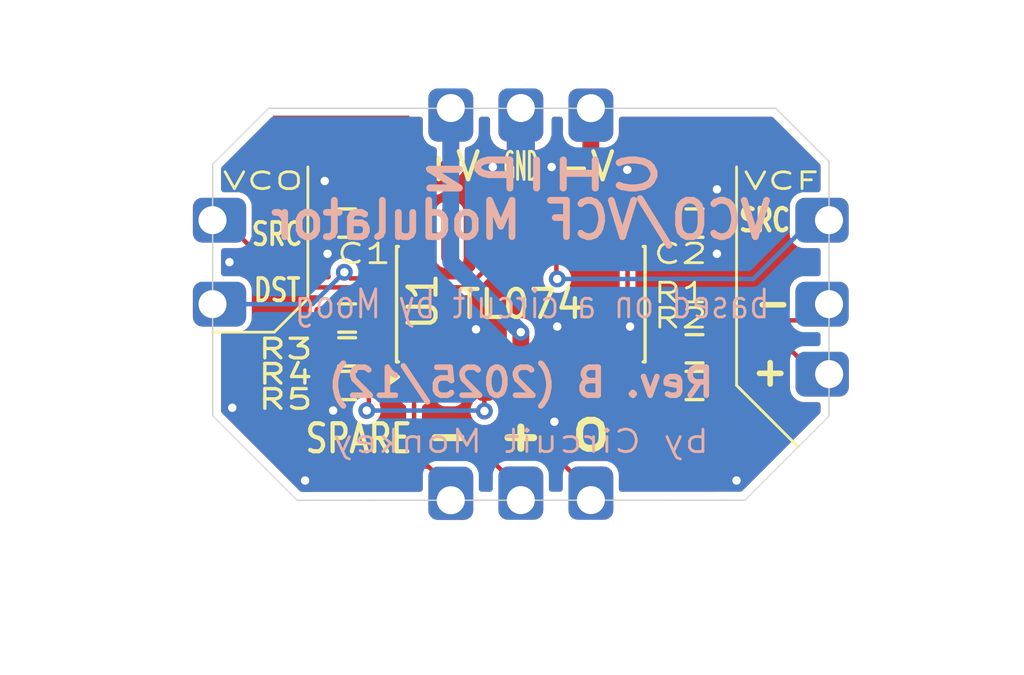
<source format=kicad_pcb>
(kicad_pcb (version 20241229) (generator "pcbnew") (generator_version "9.0")
  (title_block (title "CHIPz - VCO/VCF Modulator") (date "2025-12-01") (rev "B") (company "Circuit Monkey") (comment 1 "based on a Moog design"))
  (layers (0 "F.Cu" signal) (2 "B.Cu" signal) (13 "F.Paste" user) (15 "B.Paste" user) (5 "F.SilkS" user "F.Silkscreen") (7 "B.SilkS" user "B.Silkscreen") (1 "F.Mask" user) (3 "B.Mask" user) (25 "Edge.Cuts" user))
  (net 0 "")
  (net 1 "GND")
  (net 2 "Net-(U1A--)")
  (net 3 "+15V")
  (net 4 "-15V")
  (net 5 "Net-(U1A-+)")
  (net 6 "Net-(CST5-Pad1)")
  (net 7 "Net-(CST6-Pad1)")
  (net 8 "Net-(CST7-Pad1)")
  (net 9 "Net-(CST8-Pad1)")
  (net 10 "Net-(U1B--)")
  (net 11 "Net-(U1C--)")
  (net 12 "Net-(U1D--)")
  (net 13 "Net-(U1D-+)")
  (net 14 "Net-(U1C-+)")
  (footprint "CM_Resistor_Capacitor:C_0603_1608Metric" (layer "F.Cu") (at 156.2 97.1 180)
    (property "Reference" "C2" (at 0.5 -1.1 0) (layer "F.SilkS") (effects (font (size 0.7 1) (thickness 0.1))))
    (property "Value" "0.1uF")
    (fp_line (start -0.3 0.5) (end 0.3 0.5) (stroke (width 0.12)) (layer "F.SilkS"))
    (fp_line (start -0.3 -0.51) (end 0.3 -0.51) (stroke (width 0.12)) (layer "F.SilkS"))
    (pad "1" smd roundrect (at -0.775 0 180) (size 0.8 0.85) (layers "F.Cu" "F.Mask" "F.Paste") (roundrect_rratio 0.2) (net 1 "GND"))
    (pad "2" smd roundrect (at 0.775 0 180) (size 0.8 0.85) (layers "F.Cu" "F.Mask" "F.Paste") (roundrect_rratio 0.2) (net 4 "-15V"))
  )
  (footprint "CM_Resistor_Capacitor:R_0603_1608Metric" (layer "F.Cu") (at 143.8 100.5)
    (property "Reference" "R3" (at -2.2 1.1 0) (layer "F.SilkS") (effects (font (size 0.7 1) (thickness 0.12) (bold yes))))
    (property "Value" "10K")
    (fp_line (start -0.3 -0.51) (end 0.3 -0.51) (stroke (width 0.12)) (layer "F.SilkS"))
    (fp_line (start -0.3 0.5) (end 0.3 0.5) (stroke (width 0.12)) (layer "F.SilkS"))
    (pad "1" smd roundrect (at -0.775 0) (size 0.8 0.85) (layers "F.Cu" "F.Mask" "F.Paste") (roundrect_rratio 0.2) (net 8 "Net-(CST7-Pad1)"))
    (pad "2" smd roundrect (at 0.775 0) (size 0.8 0.85) (layers "F.Cu" "F.Mask" "F.Paste") (roundrect_rratio 0.2) (net 2 "Net-(U1A--)"))
  )
  (footprint "CM_Connector_Castelated:cast-2.0-01P" (layer "F.Cu") (at 152.5 107 -90)
    (property "Reference" "CST7" (hide yes))
    (property "Value" "BUF_OUT_D")
    (pad "1" thru_hole roundrect (at 0 0 270) (size 1.9 1.6) (drill 1 (offset -0.25 0)) (layers "*.Cu" "*.Mask") (roundrect_rratio 0.2083333333) (net 8 "Net-(CST7-Pad1)"))
  )
  (footprint "CM_Resistor_Capacitor:R_0603_1608Metric" (layer "F.Cu") (at 156.2 102.9 180)
    (property "Reference" "R2" (at 0.5 2.4 0) (layer "F.SilkS") (effects (font (size 0.7 1) (thickness 0.1))))
    (property "Value" "10K")
    (fp_line (start -0.3 0.5) (end 0.3 0.5) (stroke (width 0.12)) (layer "F.SilkS"))
    (fp_line (start -0.3 -0.51) (end 0.3 -0.51) (stroke (width 0.12)) (layer "F.SilkS"))
    (pad "1" smd roundrect (at -0.775 0 180) (size 0.8 0.85) (layers "F.Cu" "F.Mask" "F.Paste") (roundrect_rratio 0.2) (net 10 "Net-(U1B--)"))
    (pad "2" smd roundrect (at 0.775 0 180) (size 0.8 0.85) (layers "F.Cu" "F.Mask" "F.Paste") (roundrect_rratio 0.2) (net 11 "Net-(U1C--)"))
  )
  (footprint "CM_Connector_Castelated:cast-2.0-01P" (layer "F.Cu") (at 161 100)
    (property "Reference" "CST5" (hide yes))
    (property "Value" "VCF_N")
    (pad "1" thru_hole roundrect (at 0 0) (size 1.9 1.6) (drill 1 (offset -0.25 0)) (layers "*.Cu" "*.Mask") (roundrect_rratio 0.2083333333) (net 6 "Net-(CST5-Pad1)"))
  )
  (footprint "CM_Connector_Castelated:cast-2.0-01P" (layer "F.Cu") (at 161 97)
    (property "Reference" "CST4" (hide yes))
    (property "Value" "VCF_MOD_SRC")
    (pad "1" thru_hole roundrect (at 0 0) (size 1.9 1.6) (drill 1 (offset -0.25 0)) (layers "*.Cu" "*.Mask") (roundrect_rratio 0.2083333333) (net 14 "Net-(U1C-+)"))
  )
  (footprint "CM_Resistor_Capacitor:R_0603_1608Metric" (layer "F.Cu") (at 143.8 101.7 180)
    (property "Reference" "R4" (at 2.2 -0.8 0) (layer "F.SilkS") (effects (font (size 0.7 1) (thickness 0.12) (bold yes))))
    (property "Value" "10K")
    (fp_line (start -0.3 0.5) (end 0.3 0.5) (stroke (width 0.12)) (layer "F.SilkS"))
    (fp_line (start -0.3 -0.51) (end 0.3 -0.51) (stroke (width 0.12)) (layer "F.SilkS"))
    (pad "1" smd roundrect (at -0.775 0 180) (size 0.8 0.85) (layers "F.Cu" "F.Mask" "F.Paste") (roundrect_rratio 0.2) (net 2 "Net-(U1A--)"))
    (pad "2" smd roundrect (at 0.775 0 180) (size 0.8 0.85) (layers "F.Cu" "F.Mask" "F.Paste") (roundrect_rratio 0.2) (net 7 "Net-(CST6-Pad1)"))
  )
  (footprint "CM_Connector_Castelated:cast-2.0-01P" (layer "F.Cu") (at 152.5 93 90)
    (property "Reference" "CST11" (hide yes))
    (property "Value" "-V" (at -1.5 -0.2 180) (layer "F.SilkS") (effects (justify top)))
    (pad "1" thru_hole roundrect (at 0 0 90) (size 1.9 1.6) (drill 1 (offset -0.25 0)) (layers "*.Cu" "*.Mask") (roundrect_rratio 0.2083333333) (net 4 "-15V"))
  )
  (footprint "CM_Connector_Castelated:cast-2.0-01P" (layer "F.Cu") (at 147.5 107.005 -90)
    (property "Reference" "CST6" (hide yes))
    (property "Value" "BUF_IN_DN")
    (pad "1" thru_hole roundrect (at 0 0 270) (size 1.9 1.6) (drill 1 (offset -0.25 0)) (layers "*.Cu" "*.Mask") (roundrect_rratio 0.2083333333) (net 7 "Net-(CST6-Pad1)"))
  )
  (footprint "Package_SO:SO-14_3.9x8.65mm_P1.27mm" (layer "F.Cu") (at 150 100 90)
    (property "Reference" "U1" (at 0.1 -3.5 90) (layer "F.SilkS"))
    (property "Value" "TL074" (at 0 0 0) (layer "F.SilkS"))
    (fp_line (start 2.06 -4.435) (end 2.06 -4.37) (stroke (width 0.12)) (layer "F.SilkS"))
    (fp_line (start -2.06 -4.435) (end 2.06 -4.435) (stroke (width 0.12)) (layer "F.SilkS"))
    (fp_line (start -2.06 -4.37) (end -2.06 -4.435) (stroke (width 0.12)) (layer "F.SilkS"))
    (fp_line (start 2.06 4.37) (end 2.06 4.435) (stroke (width 0.12)) (layer "F.SilkS"))
    (fp_line (start 2.06 4.435) (end -2.06 4.435) (stroke (width 0.12)) (layer "F.SilkS"))
    (fp_line (start -2.06 4.435) (end -2.06 4.37) (stroke (width 0.12)) (layer "F.SilkS"))
    (fp_poly (pts (xy -2.6 -4.37) (xy -2.84 -4.7) (xy -2.36 -4.7)) (stroke (width 0.12)) (fill yes) (layer "F.SilkS"))
    (pad "1" smd roundrect (at -2.475 -3.81 90) (size 1.95 0.6) (layers "F.Cu" "F.Mask" "F.Paste") (net 8 "Net-(CST7-Pad1)"))
    (pad "2" smd roundrect (at -2.475 -2.54 90) (size 1.95 0.6) (layers "F.Cu" "F.Mask" "F.Paste") (net 2 "Net-(U1A--)"))
    (pad "3" smd roundrect (at -2.475 -1.27 90) (size 1.95 0.6) (layers "F.Cu" "F.Mask" "F.Paste") (net 5 "Net-(U1A-+)"))
    (pad "4" smd roundrect (at -2.475 0 90) (size 1.95 0.6) (layers "F.Cu" "F.Mask" "F.Paste") (net 3 "+15V"))
    (pad "5" smd roundrect (at -2.475 1.27 90) (size 1.95 0.6) (layers "F.Cu" "F.Mask" "F.Paste") (net 1 "GND"))
    (pad "6" smd roundrect (at -2.475 2.54 90) (size 1.95 0.6) (layers "F.Cu" "F.Mask" "F.Paste") (net 10 "Net-(U1B--)"))
    (pad "7" smd roundrect (at -2.475 3.81 90) (size 1.95 0.6) (layers "F.Cu" "F.Mask" "F.Paste") (net 6 "Net-(CST5-Pad1)"))
    (pad "8" smd roundrect (at 2.475 3.81 90) (size 1.95 0.6) (layers "F.Cu" "F.Mask" "F.Paste") (net 11 "Net-(U1C--)"))
    (pad "9" smd roundrect (at 2.475 2.54 90) (size 1.95 0.6) (layers "F.Cu" "F.Mask" "F.Paste") (net 11 "Net-(U1C--)"))
    (pad "10" smd roundrect (at 2.475 1.27 90) (size 1.95 0.6) (layers "F.Cu" "F.Mask" "F.Paste") (net 14 "Net-(U1C-+)"))
    (pad "11" smd roundrect (at 2.475 0 90) (size 1.95 0.6) (layers "F.Cu" "F.Mask" "F.Paste") (net 4 "-15V"))
    (pad "12" smd roundrect (at 2.475 -1.27 90) (size 1.95 0.6) (layers "F.Cu" "F.Mask" "F.Paste") (net 13 "Net-(U1D-+)"))
    (pad "13" smd roundrect (at 2.475 -2.54 90) (size 1.95 0.6) (layers "F.Cu" "F.Mask" "F.Paste") (net 12 "Net-(U1D--)"))
    (pad "14" smd roundrect (at 2.475 -3.81 90) (size 1.95 0.6) (layers "F.Cu" "F.Mask" "F.Paste") (net 12 "Net-(U1D--)"))
  )
  (footprint "CM_Connector_Castelated:cast-2.0-01P" (layer "F.Cu") (at 150 107 -90)
    (property "Reference" "CST8" (hide yes))
    (property "Value" "BUF_IN_DP")
    (pad "1" thru_hole roundrect (at 0 0 270) (size 1.9 1.6) (drill 1 (offset -0.25 0)) (layers "*.Cu" "*.Mask") (roundrect_rratio 0.2083333333) (net 9 "Net-(CST8-Pad1)"))
  )
  (footprint "CM_Resistor_Capacitor:R_0603_1608Metric" (layer "F.Cu") (at 143.8 102.9 180)
    (property "Reference" "R5" (at 2.2 -0.5 0) (layer "F.SilkS") (effects (font (size 0.7 1) (thickness 0.12) (bold yes))))
    (property "Value" "10K")
    (fp_line (start -0.3 0.5) (end 0.3 0.5) (stroke (width 0.12)) (layer "F.SilkS"))
    (fp_line (start -0.3 -0.51) (end 0.3 -0.51) (stroke (width 0.12)) (layer "F.SilkS"))
    (pad "1" smd roundrect (at -0.775 0 180) (size 0.8 0.85) (layers "F.Cu" "F.Mask" "F.Paste") (roundrect_rratio 0.2) (net 5 "Net-(U1A-+)"))
    (pad "2" smd roundrect (at 0.775 0 180) (size 0.8 0.85) (layers "F.Cu" "F.Mask" "F.Paste") (roundrect_rratio 0.2) (net 9 "Net-(CST8-Pad1)"))
  )
  (footprint "CM_Connector_Castelated:cast-2.0-01P" (layer "F.Cu") (at 150 92.995 90)
    (property "Reference" "CST10" (hide yes))
    (property "Value" "GND" (at -1.505 0 0) (layer "F.SilkS") (effects (font (size 1 0.4) (thickness 0.1) (bold yes)) (justify top)))
    (pad "1" thru_hole roundrect (at 0 0 90) (size 1.9 1.6) (drill 1 (offset -0.25 0)) (layers "*.Cu" "*.Mask") (roundrect_rratio 0.2083333333) (net 1 "GND") (thermal_bridge_width 1))
  )
  (footprint "CM_Connector_Castelated:cast-2.0-01P" (layer "F.Cu") (at 138.995 100 180)
    (property "Reference" "CST1" (hide yes))
    (property "Value" "VCO DEST INPUT")
    (pad "1" thru_hole roundrect (at 0 0 180) (size 1.9 1.6) (drill 1 (offset -0.25 0)) (layers "*.Cu" "*.Mask") (roundrect_rratio 0.2083333333) (net 12 "Net-(U1D--)"))
  )
  (footprint "CM_Connector_Castelated:cast-2.0-01P" (layer "F.Cu") (at 147.5 92.995 90)
    (property "Reference" "CST9" (hide yes))
    (property "Value" "+V" (at -1.505 0 0) (layer "F.SilkS") (effects (justify top)))
    (pad "1" thru_hole roundrect (at 0 0 90) (size 1.9 1.6) (drill 1 (offset -0.25 0)) (layers "*.Cu" "*.Mask") (roundrect_rratio 0.2083333333) (net 3 "+15V"))
  )
  (footprint "CM_Connector_Castelated:cast-2.0-01P" (layer "F.Cu") (at 138.995 97 180)
    (property "Reference" "CST2" (hide yes))
    (property "Value" "VCO_MOD_SRC")
    (pad "1" thru_hole roundrect (at 0 0 180) (size 1.9 1.6) (drill 1 (offset -0.25 0)) (layers "*.Cu" "*.Mask") (roundrect_rratio 0.2083333333) (net 13 "Net-(U1D-+)"))
  )
  (footprint "CM_Resistor_Capacitor:R_0603_1608Metric" (layer "F.Cu") (at 156.2 101.6)
    (property "Reference" "R1" (at -0.5 -2 0) (layer "F.SilkS") (effects (font (size 0.7 1) (thickness 0.1))))
    (property "Value" "10K")
    (fp_line (start -0.3 -0.51) (end 0.3 -0.51) (stroke (width 0.12)) (layer "F.SilkS"))
    (fp_line (start -0.3 0.5) (end 0.3 0.5) (stroke (width 0.12)) (layer "F.SilkS"))
    (pad "1" smd roundrect (at -0.775 0) (size 0.8 0.85) (layers "F.Cu" "F.Mask" "F.Paste") (roundrect_rratio 0.2) (net 6 "Net-(CST5-Pad1)"))
    (pad "2" smd roundrect (at 0.775 0) (size 0.8 0.85) (layers "F.Cu" "F.Mask" "F.Paste") (roundrect_rratio 0.2) (net 10 "Net-(U1B--)"))
  )
  (footprint "CM_Connector_Castelated:cast-2.0-01P" (layer "F.Cu") (at 161.005 102.5)
    (property "Reference" "CST3" (hide yes))
    (property "Value" "VCF_P")
    (pad "1" thru_hole roundrect (at 0 0) (size 1.9 1.6) (drill 1 (offset -0.25 0)) (layers "*.Cu" "*.Mask") (roundrect_rratio 0.2083333333) (net 11 "Net-(U1C--)") (thermal_bridge_width 1))
  )
  (footprint "CM_Resistor_Capacitor:C_0603_1608Metric" (layer "F.Cu") (at 143.8 97.1 180)
    (property "Reference" "C1" (at -0.6 -1.1 0) (layer "F.SilkS") (effects (font (size 0.7 1) (thickness 0.1))))
    (property "Value" "0.1uF")
    (fp_line (start -0.3 0.5) (end 0.3 0.5) (stroke (width 0.12)) (layer "F.SilkS"))
    (fp_line (start -0.3 -0.51) (end 0.3 -0.51) (stroke (width 0.12)) (layer "F.SilkS"))
    (pad "1" smd roundrect (at -0.775 0 180) (size 0.8 0.85) (layers "F.Cu" "F.Mask" "F.Paste") (roundrect_rratio 0.2) (net 3 "+15V"))
    (pad "2" smd roundrect (at 0.775 0 180) (size 0.8 0.85) (layers "F.Cu" "F.Mask" "F.Paste") (roundrect_rratio 0.2) (net 1 "GND"))
  )
  (gr_line (start 157.7 95.1) (end 157.7 102.9) (stroke (width 0.1)) (layer "F.SilkS"))
  (gr_line (start 141.2 101) (end 138.995 101) (stroke (width 0.1)) (layer "F.SilkS"))
  (gr_line (start 142.4 95.1) (end 142.4 99.8) (stroke (width 0.1)) (layer "F.SilkS"))
  (gr_line (start 157.7 102.9) (end 159.9 105.1) (stroke (width 0.1)) (layer "F.SilkS"))
  (gr_line (start 142.4 99.8) (end 141.2 101) (stroke (width 0.1)) (layer "F.SilkS"))
  (gr_poly (pts (xy 159.105 93.005) (xy 161 94.9) (xy 161 104) (xy 158 107) (xy 142.016291 107.00533) (xy 139 103.9815) (xy 139 95) (xy 140.995 93.005)) (stroke (width 0.05)) (fill no) (layer "Edge.Cuts"))
  (gr_text "VCO/VCF" (at 143.6 93.46 0) (layer "F.Cu" knockout) (effects (font (size 1 0.7) (thickness 0.15) (bold yes)) (justify top)))
  (gr_text "Mod" (at 157.1 93.48 0) (layer "F.Cu" knockout) (effects (font (size 1 1) (thickness 0.2) (bold yes)) (justify top)))
  (gr_text "SRC" (at 158.7 97 0) (layer "F.SilkS") (effects (font (size 0.8 0.6) (thickness 0.2) (bold yes))))
  (gr_text "-" (at 159 99.95 0) (layer "F.SilkS") (effects (font (size 1 1) (thickness 0.2))))
  (gr_text "-" (at 147.4 104.7 0) (layer "F.SilkS") (effects (font (size 1 1.2) (thickness 0.3) (bold yes))))
  (gr_text "SRC" (at 141.3 97.5 0) (layer "F.SilkS") (effects (font (size 0.8 0.6) (thickness 0.13) (bold yes))))
  (gr_text "+" (at 158.9 102.4 0) (layer "F.SilkS") (effects (font (size 1 1) (thickness 0.2))))
  (gr_text "SPARE" (at 146.2 104.8 0) (layer "F.SilkS") (effects (font (size 1 0.8)) (justify right)))
  (gr_text "O" (at 152.5 104.7 0) (layer "F.SilkS") (effects (font (size 1 1.2) (thickness 0.3) (bold yes))))
  (gr_text "+" (at 150 104.7 0) (layer "F.SilkS") (effects (font (size 1 1.2) (thickness 0.3) (bold yes))))
  (gr_text "VCF" (at 159.3 95.6 0) (layer "F.SilkS") (effects (font (size 0.6 1) (thickness 0.1))))
  (gr_text "VCO" (at 140.8 95.6 0) (layer "F.SilkS") (effects (font (size 0.6 1) (thickness 0.1))))
  (gr_text "DST" (at 141.3 99.5 0) (layer "F.SilkS") (effects (font (size 0.8 0.6) (thickness 0.13) (bold yes))))
  (gr_text "Rev. B (2025/12)" (at 150 102.8 0) (layer "B.SilkS") (effects (font (size 1 1) (thickness 0.2) (bold yes)) (justify mirror)))
  (gr_text "based on a circuit by Moog" (at 150.4 100 0) (layer "B.SilkS") (effects (font (size 1 0.8) (thickness 0.1)) (justify mirror)))
  (gr_text "CHIPz" (at 150.8 95.4 0) (layer "B.SilkS") (effects (font (size 1 2) (thickness 0.25) (bold yes)) (justify mirror)))
  (gr_text "by Circuit Monkey" (at 150 104.9 0) (layer "B.SilkS") (effects (font (size 0.8 1) (thickness 0.1)) (justify mirror)))
  (gr_text "VCO/VCF Modulator" (at 150 97 0) (layer "B.SilkS") (effects (font (size 1.3 1.2) (thickness 0.24) (bold yes)) (justify mirror)))
  (via (at 153.8 95.2) (size 0.6) (drill 0.3) (layers "F.Cu" "B.Cu") (net 1))
  (via (at 148.4 100.9) (size 0.6) (drill 0.3) (layers "F.Cu" "B.Cu") (net 1))
  (via (at 143.3 103.8) (size 0.6) (drill 0.3) (layers "F.Cu" "B.Cu") (net 1))
  (via (at 143.1 98.2) (size 0.6) (drill 0.3) (layers "F.Cu" "B.Cu") (net 1))
  (via (at 149 95.1) (size 0.6) (drill 0.3) (layers "F.Cu" "B.Cu") (net 1))
  (via (at 157 95.9) (size 0.6) (drill 0.3) (layers "F.Cu" "B.Cu") (net 1))
  (via (at 153.9 100.8) (size 0.6) (drill 0.3) (layers "F.Cu" "B.Cu") (net 1))
  (via (at 157.7 106.3) (size 0.6) (drill 0.3) (layers "F.Cu" "B.Cu") (net 1))
  (via (at 151.2 104.2) (size 0.6) (drill 0.3) (layers "F.Cu" "B.Cu") (net 1))
  (via (at 142.3 106.3) (size 0.6) (drill 0.3) (layers "F.Cu" "B.Cu") (net 1))
  (via (at 143 95.6) (size 0.6) (drill 0.3) (layers "F.Cu" "B.Cu") (net 1))
  (via (at 139.7 103.7) (size 0.6) (drill 0.3) (layers "F.Cu" "B.Cu") (net 1))
  (via (at 139.6 98.5) (size 0.6) (drill 0.3) (layers "F.Cu" "B.Cu") (net 1))
  (via (at 151.1 95.1) (size 0.6) (drill 0.3) (layers "F.Cu" "B.Cu") (net 1))
  (via (at 157 98.2) (size 0.6) (drill 0.3) (layers "F.Cu" "B.Cu") (net 1))
  (via (at 151.3 100.8) (size 0.6) (drill 0.3) (layers "F.Cu" "B.Cu") (net 1))
  (segment (start 147.46 100.86) (end 147.46 102.475) (width 0.16) (layer "F.Cu") (net 2))
  (segment (start 144.575 100.5) (end 144.575 101.7) (width 0.16) (layer "F.Cu") (net 2))
  (segment (start 144.575 100.5) (end 147.1 100.5) (width 0.16) (layer "F.Cu") (net 2))
  (segment (start 147.1 100.5) (end 147.46 100.86) (width 0.16) (layer "F.Cu") (net 2))
  (segment (start 150 102.475) (end 150 101) (width 0.6) (layer "F.Cu") (net 3))
  (segment (start 145.1 95.6) (end 146.9 95.6) (width 0.6) (layer "F.Cu") (net 3))
  (segment (start 146.9 95.6) (end 147.5 95) (width 0.6) (layer "F.Cu") (net 3))
  (segment (start 147.5 95) (end 147.5 93.606) (width 0.6) (layer "F.Cu") (net 3))
  (segment (start 144.575 96.125) (end 145.1 95.6) (width 0.6) (layer "F.Cu") (net 3))
  (segment (start 144.575 97.1) (end 144.575 96.125) (width 0.6) (layer "F.Cu") (net 3))
  (via (at 150 101) (size 0.6) (drill 0.3) (layers "F.Cu" "B.Cu") (net 3))
  (segment (start 150 101) (end 147.5 98.5) (width 0.6) (layer "B.Cu") (net 3))
  (segment (start 147.5 98.5) (end 147.5 93.606) (width 0.6) (layer "B.Cu") (net 3))
  (segment (start 152.5 96) (end 152.5 95.1) (width 0.6) (layer "F.Cu") (net 4))
  (segment (start 152.5 95.1) (end 152.5 93.606) (width 0.6) (layer "F.Cu") (net 4))
  (segment (start 150.4 96) (end 152.5 96) (width 0.6) (layer "F.Cu") (net 4))
  (segment (start 155.425 96.925) (end 154.5 96) (width 0.6) (layer "F.Cu") (net 4))
  (segment (start 150 96.4) (end 150.4 96) (width 0.6) (layer "F.Cu") (net 4))
  (segment (start 154.5 96) (end 152.5 96) (width 0.6) (layer "F.Cu") (net 4))
  (segment (start 150 97.525) (end 150 96.4) (width 0.6) (layer "F.Cu") (net 4))
  (segment (start 155.425 97.1) (end 155.425 96.925) (width 0.6) (layer "F.Cu") (net 4))
  (segment (start 148.7 102.505) (end 148.73 102.475) (width 0.16) (layer "F.Cu") (net 5))
  (segment (start 144.575 103.725) (end 144.5 103.8) (width 0.16) (layer "F.Cu") (net 5))
  (segment (start 148.7 103.818) (end 148.7 102.505) (width 0.16) (layer "F.Cu") (net 5))
  (segment (start 144.575 102.9) (end 144.575 103.725) (width 0.16) (layer "F.Cu") (net 5))
  (via (at 148.7 103.818) (size 0.6) (drill 0.3) (layers "F.Cu" "B.Cu") (net 5))
  (via (at 144.5 103.8) (size 0.6) (drill 0.3) (layers "F.Cu" "B.Cu") (net 5))
  (segment (start 144.5 103.8) (end 148.682 103.8) (width 0.16) (layer "B.Cu") (net 5))
  (segment (start 148.682 103.8) (end 148.7 103.818) (width 0.16) (layer "B.Cu") (net 5))
  (segment (start 155.4 101.6) (end 154.525 102.475) (width 0.16) (layer "F.Cu") (net 6))
  (segment (start 160.04 100.579) (end 160.619 100) (width 0.16) (layer "F.Cu") (net 6))
  (segment (start 155.425 101.6) (end 155.4 101.6) (width 0.16) (layer "F.Cu") (net 6))
  (segment (start 154.525 102.475) (end 153.81 102.475) (width 0.16) (layer "F.Cu") (net 6))
  (segment (start 156.421 100.579) (end 160.04 100.579) (width 0.16) (layer "F.Cu") (net 6))
  (segment (start 155.425 101.6) (end 155.425 101.575) (width 0.16) (layer "F.Cu") (net 6))
  (segment (start 155.425 101.575) (end 156.421 100.579) (width 0.16) (layer "F.Cu") (net 6))
  (segment (start 147.5 106.6) (end 147.5 106.622501) (width 0.16) (layer "F.Cu") (net 7))
  (segment (start 142.379 104.832963) (end 143.346038 105.8) (width 0.16) (layer "F.Cu") (net 7))
  (segment (start 146.7 105.8) (end 147.5 106.6) (width 0.16) (layer "F.Cu") (net 7))
  (segment (start 143 101.7) (end 142.379 102.321) (width 0.16) (layer "F.Cu") (net 7))
  (segment (start 142.379 102.321) (end 142.379 104.832963) (width 0.16) (layer "F.Cu") (net 7))
  (segment (start 143.346038 105.8) (end 146.7 105.8) (width 0.16) (layer "F.Cu") (net 7))
  (segment (start 143.025 101.7) (end 143 101.7) (width 0.16) (layer "F.Cu") (net 7))
  (segment (start 152.42086 106.62086) (end 152.499874 106.620834) (width 0.16) (layer "F.Cu") (net 8))
  (segment (start 146.2 105.158) (end 150.958 105.158) (width 0.16) (layer "F.Cu") (net 8))
  (segment (start 144.158 105.158) (end 146.2 105.158) (width 0.16) (layer "F.Cu") (net 8))
  (segment (start 150.958 105.158) (end 152.42086 106.62086) (width 0.16) (layer "F.Cu") (net 8))
  (segment (start 146.19 104.348) (end 146.2 104.358) (width 0.16) (layer "F.Cu") (net 8))
  (segment (start 143.5 100.5) (end 143.9 100.9) (width 0.16) (layer "F.Cu") (net 8))
  (segment (start 143.025 100.5) (end 143.5 100.5) (width 0.16) (layer "F.Cu") (net 8))
  (segment (start 146.19 102.475) (end 146.19 104.348) (width 0.16) (layer "F.Cu") (net 8))
  (segment (start 143.9 100.9) (end 143.9 104.9) (width 0.16) (layer "F.Cu") (net 8))
  (segment (start 146.2 104.358) (end 146.2 105.158) (width 0.16) (layer "F.Cu") (net 8))
  (segment (start 143.9 104.9) (end 144.158 105.158) (width 0.16) (layer "F.Cu") (net 8))
  (segment (start 143.025 102.9) (end 143 102.9) (width 0.16) (layer "F.Cu") (net 9))
  (segment (start 143 102.9) (end 142.7 103.2) (width 0.16) (layer "F.Cu") (net 9))
  (segment (start 143.479 105.479) (end 148.857332 105.479) (width 0.16) (layer "F.Cu") (net 9))
  (segment (start 142.7 103.2) (end 142.7 104.7) (width 0.16) (layer "F.Cu") (net 9))
  (segment (start 142.7 104.7) (end 143.479 105.479) (width 0.16) (layer "F.Cu") (net 9))
  (segment (start 148.857332 105.479) (end 150 106.621668) (width 0.16) (layer "F.Cu") (net 9))
  (segment (start 152.921 104.021) (end 152.54 103.64) (width 0.16) (layer "F.Cu") (net 10))
  (segment (start 156.975 102.925) (end 155.879 104.021) (width 0.16) (layer "F.Cu") (net 10))
  (segment (start 156.975 102.9) (end 156.975 101.6) (width 0.16) (layer "F.Cu") (net 10))
  (segment (start 155.879 104.021) (end 152.921 104.021) (width 0.16) (layer "F.Cu") (net 10))
  (segment (start 156.975 102.9) (end 156.975 102.925) (width 0.16) (layer "F.Cu") (net 10))
  (segment (start 152.54 103.64) (end 152.54 102.475) (width 0.16) (layer "F.Cu") (net 10))
  (segment (start 153.2 100.5) (end 153.2 103.5) (width 0.16) (layer "F.Cu") (net 11))
  (segment (start 156.2 102.125) (end 156.2 101.253962) (width 0.16) (layer "F.Cu") (net 11))
  (segment (start 158.9 100.9) (end 160.5 102.5) (width 0.16) (layer "F.Cu") (net 11))
  (segment (start 155.425 102.9) (end 156.2 102.125) (width 0.16) (layer "F.Cu") (net 11))
  (segment (start 153.81 97.525) (end 153.81 99.89) (width 0.16) (layer "F.Cu") (net 11))
  (segment (start 156.2 101.253962) (end 156.553962 100.9) (width 0.16) (layer "F.Cu") (net 11))
  (segment (start 152.54 97.525) (end 153.81 97.525) (width 0.16) (layer "F.Cu") (net 11))
  (segment (start 153.81 99.89) (end 153.2 100.5) (width 0.16) (layer "F.Cu") (net 11))
  (segment (start 154.625 103.7) (end 155.425 102.9) (width 0.16) (layer "F.Cu") (net 11))
  (segment (start 156.553962 100.9) (end 158.9 100.9) (width 0.16) (layer "F.Cu") (net 11))
  (segment (start 160.5 102.5) (end 160.619 102.5) (width 0.16) (layer "F.Cu") (net 11))
  (segment (start 153.2 103.5) (end 153.4 103.7) (width 0.16) (layer "F.Cu") (net 11))
  (segment (start 153.4 103.7) (end 154.625 103.7) (width 0.16) (layer "F.Cu") (net 11))
  (segment (start 143.919 99.079) (end 145.321 99.079) (width 0.16) (layer "F.Cu") (net 12))
  (segment (start 143.7 98.86) (end 143.919 99.079) (width 0.16) (layer "F.Cu") (net 12))
  (segment (start 146.19 98.21) (end 146.19 97.525) (width 0.16) (layer "F.Cu") (net 12))
  (segment (start 145.321 99.079) (end 146.19 98.21) (width 0.16) (layer "F.Cu") (net 12))
  (segment (start 147.46 97.525) (end 146.19 97.525) (width 0.16) (layer "F.Cu") (net 12))
  (via (at 143.7 98.86) (size 0.6) (drill 0.3) (layers "F.Cu" "B.Cu") (net 12))
  (segment (start 142.56 100) (end 139.381 100) (width 0.16) (layer "B.Cu") (net 12))
  (segment (start 143.7 98.86) (end 142.56 100) (width 0.16) (layer "B.Cu") (net 12))
  (segment (start 148.73 97.525) (end 148.73 98.77) (width 0.16) (layer "F.Cu") (net 13))
  (segment (start 141.8 99.4) (end 139.4 97) (width 0.16) (layer "F.Cu") (net 13))
  (segment (start 139.4 97) (end 139.381 97) (width 0.16) (layer "F.Cu") (net 13))
  (segment (start 148.73 98.77) (end 148.1 99.4) (width 0.16) (layer "F.Cu") (net 13))
  (segment (start 148.1 99.4) (end 141.8 99.4) (width 0.16) (layer "F.Cu") (net 13))
  (segment (start 151.27 97.525) (end 151.27 99.07) (width 0.16) (layer "F.Cu") (net 14))
  (segment (start 151.27 99.07) (end 151.3 99.1) (width 0.16) (layer "F.Cu") (net 14))
  (via (at 151.3 99.1) (size 0.6) (drill 0.3) (layers "F.Cu" "B.Cu") (net 14))
  (segment (start 160.4 97) (end 160.619 97) (width 0.16) (layer "B.Cu") (net 14))
  (segment (start 151.3 99.1) (end 158.3 99.1) (width 0.16) (layer "B.Cu") (net 14))
  (segment (start 158.3 99.1) (end 160.4 97) (width 0.16) (layer "B.Cu") (net 14))
  (zone (net 1) (net_name "GND") (layers "F.Cu" "B.Cu") (connect_pads (clearance 0.2)) (min_thickness 0.2) (fill yes (thermal_gap 0.3) (thermal_bridge_width 0.3))
    (polygon (pts (xy 140.995 93.005) (xy 159.105 93.005) (xy 161.0455 94.9455) (xy 161 104) (xy 158 107) (xy 142.018338 107.005332) (xy 139 103.97946) (xy 139 95)))
  )
)
</source>
